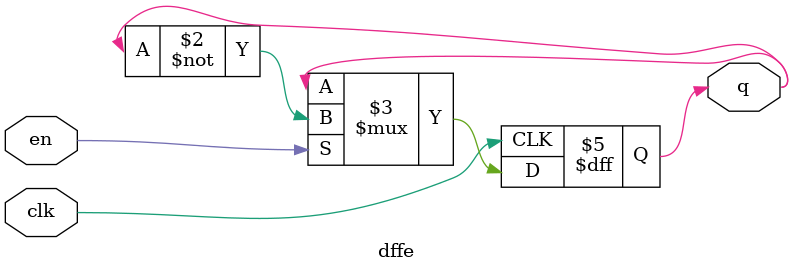
<source format=v>
module dffe( input clk, en, output reg q );
	always @( posedge clk )
		if ( en )
			q <= ~q;
endmodule

</source>
